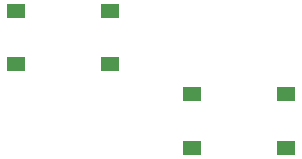
<source format=gbr>
%TF.GenerationSoftware,KiCad,Pcbnew,7.0.5*%
%TF.CreationDate,2023-12-02T12:19:24+05:30*%
%TF.ProjectId,GameBoy-Arduino,47616d65-426f-4792-9d41-726475696e6f,rev?*%
%TF.SameCoordinates,Original*%
%TF.FileFunction,Paste,Top*%
%TF.FilePolarity,Positive*%
%FSLAX46Y46*%
G04 Gerber Fmt 4.6, Leading zero omitted, Abs format (unit mm)*
G04 Created by KiCad (PCBNEW 7.0.5) date 2023-12-02 12:19:24*
%MOMM*%
%LPD*%
G01*
G04 APERTURE LIST*
%ADD10R,1.550000X1.300000*%
G04 APERTURE END LIST*
D10*
%TO.C,SW5*%
X148675000Y-71900000D03*
X156625000Y-71900000D03*
X148675000Y-76400000D03*
X156625000Y-76400000D03*
%TD*%
%TO.C,SW6*%
X163550000Y-78950000D03*
X171500000Y-78950000D03*
X163550000Y-83450000D03*
X171500000Y-83450000D03*
%TD*%
M02*

</source>
